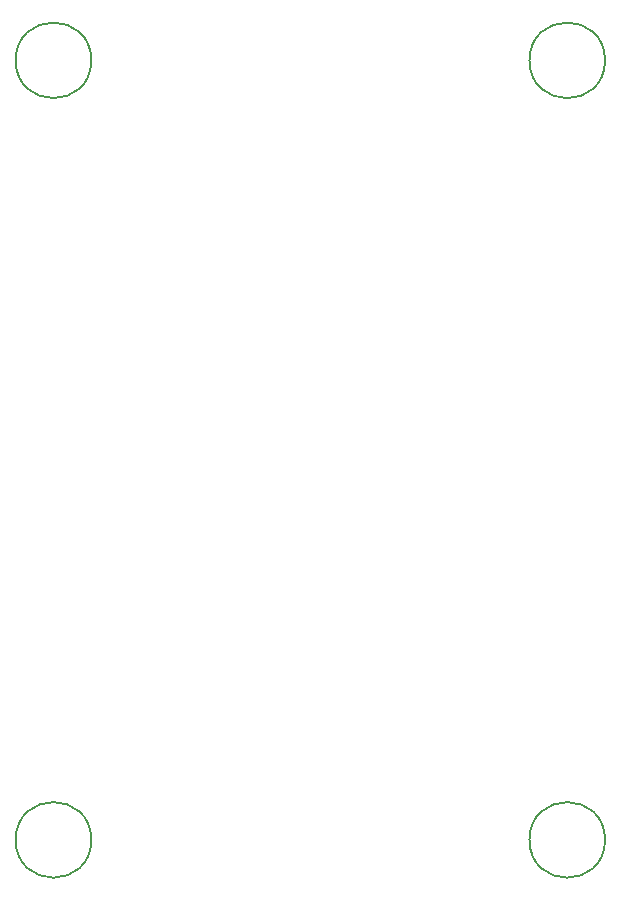
<source format=gbr>
%TF.GenerationSoftware,KiCad,Pcbnew,7.0.5*%
%TF.CreationDate,2023-08-26T13:13:14+02:00*%
%TF.ProjectId,XnetBlockUnit,586e6574-426c-46f6-936b-556e69742e6b,rev?*%
%TF.SameCoordinates,Original*%
%TF.FileFunction,Other,Comment*%
%FSLAX46Y46*%
G04 Gerber Fmt 4.6, Leading zero omitted, Abs format (unit mm)*
G04 Created by KiCad (PCBNEW 7.0.5) date 2023-08-26 13:13:14*
%MOMM*%
%LPD*%
G01*
G04 APERTURE LIST*
%ADD10C,0.150000*%
G04 APERTURE END LIST*
D10*
%TO.C,REF\u002A\u002A*%
X47200000Y-69500000D02*
G75*
G03*
X47200000Y-69500000I-3200000J0D01*
G01*
X90700000Y-69500000D02*
G75*
G03*
X90700000Y-69500000I-3200000J0D01*
G01*
X47200000Y-135500000D02*
G75*
G03*
X47200000Y-135500000I-3200000J0D01*
G01*
X90700000Y-135500000D02*
G75*
G03*
X90700000Y-135500000I-3200000J0D01*
G01*
%TD*%
M02*

</source>
